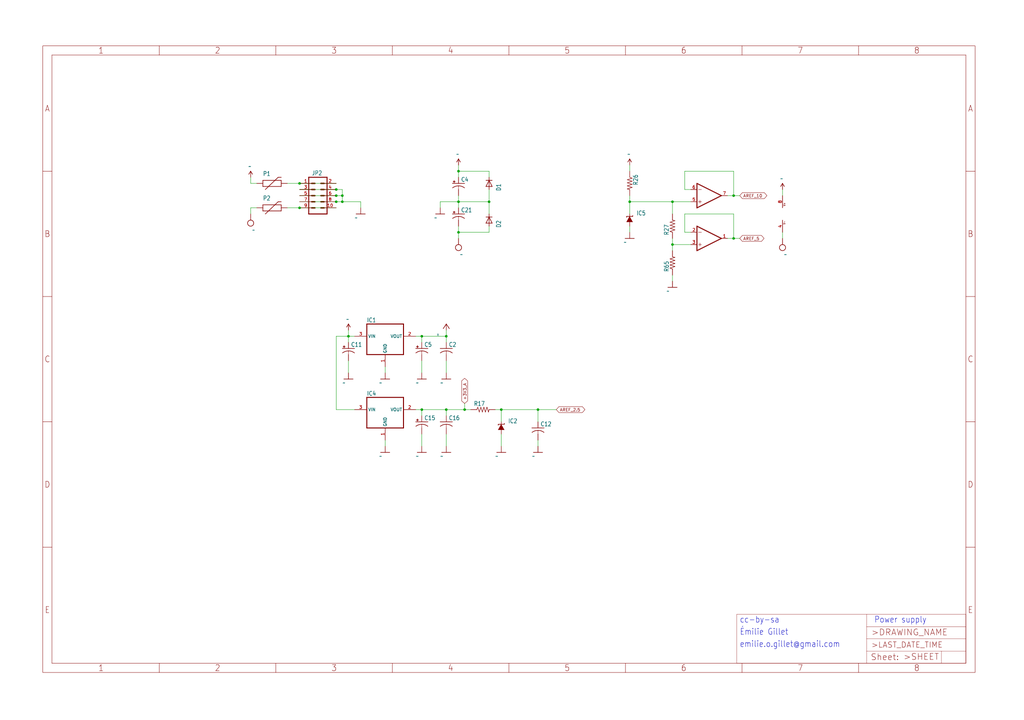
<source format=kicad_sch>
(kicad_sch (version 20211123) (generator eeschema)
  (paper "User" 425.45 299.161)
  (lib_symbols
    (symbol "frames_v03-eagle-import:+3V3" (power)
      (property "Value" "+3V3" (at -2.54 -5.08 90))
      (symbol "+3V3_1_0"
        (polyline (pts (xy 0 0) (xy -1.27 -1.905)) (stroke (width 0.254)))
        (polyline (pts (xy 1.27 -1.905) (xy 0 0)) (stroke (width 0.254)))
        (pin power_in line (at 0 -2.54 90) (length 2.54) (name "+3V3") (number "1"))
      )
    )
    (symbol "frames_v03-eagle-import:A3L-LOC"
      (symbol "A3L-LOC_0_0"
        (polyline (pts (xy 0 52.07) (xy 3.81 52.07)))
        (polyline (pts (xy 0 104.14) (xy 3.81 104.14)))
        (polyline (pts (xy 0 156.21) (xy 3.81 156.21)))
        (polyline (pts (xy 0 208.28) (xy 3.81 208.28)))
        (polyline (pts (xy 3.81 3.81) (xy 3.81 256.54)))
        (polyline (pts (xy 48.4188 0) (xy 48.4188 3.81)))
        (polyline (pts (xy 48.4188 256.54) (xy 48.4188 260.35)))
        (polyline (pts (xy 96.8375 0) (xy 96.8375 3.81)))
        (polyline (pts (xy 96.8375 256.54) (xy 96.8375 260.35)))
        (polyline (pts (xy 145.2563 0) (xy 145.2563 3.81)))
        (polyline (pts (xy 145.2563 256.54) (xy 145.2563 260.35)))
        (polyline (pts (xy 193.675 0) (xy 193.675 3.81)))
        (polyline (pts (xy 193.675 256.54) (xy 193.675 260.35)))
        (polyline (pts (xy 242.0938 0) (xy 242.0938 3.81)))
        (polyline (pts (xy 242.0938 256.54) (xy 242.0938 260.35)))
        (polyline (pts (xy 290.5125 0) (xy 290.5125 3.81)))
        (polyline (pts (xy 290.5125 256.54) (xy 290.5125 260.35)))
        (polyline (pts (xy 338.9313 0) (xy 338.9313 3.81)))
        (polyline (pts (xy 338.9313 256.54) (xy 338.9313 260.35)))
        (polyline (pts (xy 383.54 3.81) (xy 3.81 3.81)))
        (polyline (pts (xy 383.54 3.81) (xy 383.54 256.54)))
        (polyline (pts (xy 383.54 52.07) (xy 387.35 52.07)))
        (polyline (pts (xy 383.54 104.14) (xy 387.35 104.14)))
        (polyline (pts (xy 383.54 156.21) (xy 387.35 156.21)))
        (polyline (pts (xy 383.54 208.28) (xy 387.35 208.28)))
        (polyline (pts (xy 383.54 256.54) (xy 3.81 256.54)))
        (polyline (pts (xy 0 0) (xy 387.35 0) (xy 387.35 260.35) (xy 0 260.35) (xy 0 0)))
        (text "1" (at 24.2094 1.905 0) (effects (font (size 2.54 2.286))))
        (text "1" (at 24.2094 258.445 0) (effects (font (size 2.54 2.286))))
        (text "2" (at 72.6281 1.905 0) (effects (font (size 2.54 2.286))))
        (text "2" (at 72.6281 258.445 0) (effects (font (size 2.54 2.286))))
        (text "3" (at 121.0469 1.905 0) (effects (font (size 2.54 2.286))))
        (text "3" (at 121.0469 258.445 0) (effects (font (size 2.54 2.286))))
        (text "4" (at 169.4656 1.905 0) (effects (font (size 2.54 2.286))))
        (text "4" (at 169.4656 258.445 0) (effects (font (size 2.54 2.286))))
        (text "5" (at 217.8844 1.905 0) (effects (font (size 2.54 2.286))))
        (text "5" (at 217.8844 258.445 0) (effects (font (size 2.54 2.286))))
        (text "6" (at 266.3031 1.905 0) (effects (font (size 2.54 2.286))))
        (text "6" (at 266.3031 258.445 0) (effects (font (size 2.54 2.286))))
        (text "7" (at 314.7219 1.905 0) (effects (font (size 2.54 2.286))))
        (text "7" (at 314.7219 258.445 0) (effects (font (size 2.54 2.286))))
        (text "8" (at 363.1406 1.905 0) (effects (font (size 2.54 2.286))))
        (text "8" (at 363.1406 258.445 0) (effects (font (size 2.54 2.286))))
        (text "A" (at 1.905 234.315 0) (effects (font (size 2.54 2.286))))
        (text "A" (at 385.445 234.315 0) (effects (font (size 2.54 2.286))))
        (text "B" (at 1.905 182.245 0) (effects (font (size 2.54 2.286))))
        (text "B" (at 385.445 182.245 0) (effects (font (size 2.54 2.286))))
        (text "C" (at 1.905 130.175 0) (effects (font (size 2.54 2.286))))
        (text "C" (at 385.445 130.175 0) (effects (font (size 2.54 2.286))))
        (text "D" (at 1.905 78.105 0) (effects (font (size 2.54 2.286))))
        (text "D" (at 385.445 78.105 0) (effects (font (size 2.54 2.286))))
        (text "E" (at 1.905 26.035 0) (effects (font (size 2.54 2.286))))
        (text "E" (at 385.445 26.035 0) (effects (font (size 2.54 2.286))))
      )
      (symbol "A3L-LOC_1_0"
        (polyline (pts (xy 288.29 3.81) (xy 288.29 24.13)) (stroke (width 0.1016)))
        (polyline (pts (xy 288.29 3.81) (xy 342.265 3.81)) (stroke (width 0.1016)))
        (polyline (pts (xy 288.29 24.13) (xy 342.265 24.13)) (stroke (width 0.1016)))
        (polyline (pts (xy 342.265 3.81) (xy 373.38 3.81)) (stroke (width 0.1016)))
        (polyline (pts (xy 342.265 8.89) (xy 342.265 3.81)) (stroke (width 0.1016)))
        (polyline (pts (xy 342.265 8.89) (xy 342.265 13.97)) (stroke (width 0.1016)))
        (polyline (pts (xy 342.265 13.97) (xy 342.265 19.05)) (stroke (width 0.1016)))
        (polyline (pts (xy 342.265 13.97) (xy 383.54 13.97)) (stroke (width 0.1016)))
        (polyline (pts (xy 342.265 19.05) (xy 342.265 24.13)) (stroke (width 0.1016)))
        (polyline (pts (xy 342.265 19.05) (xy 383.54 19.05)) (stroke (width 0.1016)))
        (polyline (pts (xy 342.265 24.13) (xy 383.54 24.13)) (stroke (width 0.1016)))
        (polyline (pts (xy 373.38 3.81) (xy 373.38 8.89)) (stroke (width 0.1016)))
        (polyline (pts (xy 373.38 3.81) (xy 383.54 3.81)) (stroke (width 0.1016)))
        (polyline (pts (xy 373.38 8.89) (xy 342.265 8.89)) (stroke (width 0.1016)))
        (polyline (pts (xy 373.38 8.89) (xy 383.54 8.89)) (stroke (width 0.1016)))
        (polyline (pts (xy 383.54 3.81) (xy 383.54 8.89)) (stroke (width 0.1016)))
        (polyline (pts (xy 383.54 8.89) (xy 383.54 13.97)) (stroke (width 0.1016)))
        (polyline (pts (xy 383.54 13.97) (xy 383.54 19.05)) (stroke (width 0.1016)))
        (polyline (pts (xy 383.54 19.05) (xy 383.54 24.13)) (stroke (width 0.1016)))
        (text ">DRAWING_NAME" (at 344.17 15.24 0) (effects (font (size 2.54 2.54)) (justify left bottom)))
        (text ">LAST_DATE_TIME" (at 344.17 10.16 0) (effects (font (size 2.286 2.286)) (justify left bottom)))
        (text ">SHEET" (at 357.505 5.08 0) (effects (font (size 2.54 2.54)) (justify left bottom)))
        (text "Sheet:" (at 343.916 4.953 0) (effects (font (size 2.54 2.54)) (justify left bottom)))
      )
    )
    (symbol "frames_v03-eagle-import:C-USC0603"
      (property "Reference" "C" (at 1.016 0.635 0))
      (property "Value" "C-USC0603" (at 1.016 -4.191 0))
      (symbol "C-USC0603_1_0"
        (arc (start 0 -1.0161) (mid -1.302 -1.2303) (end -2.4668 -1.8504) (stroke (width 0.254)))
        (polyline (pts (xy -2.54 0) (xy 2.54 0)) (stroke (width 0.254)))
        (polyline (pts (xy 0 -1.016) (xy 0 -2.54)) (stroke (width 0.1524)))
        (arc (start 2.4892 -1.8542) (mid 1.3158 -1.2195) (end 0 -1) (stroke (width 0.254)))
        (pin passive line (at 0 2.54 270) (length 2.54) (name "1") (number "1"))
        (pin passive line (at 0 -5.08 90) (length 2.54) (name "2") (number "2"))
      )
    )
    (symbol "frames_v03-eagle-import:CPOL-USC"
      (property "Reference" "C" (at 1.016 0.635 0))
      (property "Value" "CPOL-USC" (at 1.016 -4.191 0))
      (symbol "CPOL-USC_1_0"
        (rectangle (start -2.253 0.668) (end -1.364 0.795) (fill (type outline)))
        (rectangle (start -1.872 0.287) (end -1.745 1.176) (fill (type outline)))
        (arc (start 0 -1.0161) (mid -1.3021 -1.2302) (end -2.4669 -1.8504) (stroke (width 0.254)))
        (polyline (pts (xy -2.54 0) (xy 2.54 0)) (stroke (width 0.254)))
        (polyline (pts (xy 0 -1.016) (xy 0 -2.54)) (stroke (width 0.1524)))
        (arc (start 2.4892 -1.8542) (mid 1.3158 -1.2195) (end 0 -1) (stroke (width 0.254)))
        (pin passive line (at 0 2.54 270) (length 2.54) (name "+") (number "+"))
        (pin passive line (at 0 -5.08 90) (length 2.54) (name "-") (number "-"))
      )
    )
    (symbol "frames_v03-eagle-import:CPOL-USD"
      (property "Reference" "C" (at 1.016 0.635 0))
      (property "Value" "CPOL-USD" (at 1.016 -4.191 0))
      (symbol "CPOL-USD_1_0"
        (rectangle (start -2.253 0.668) (end -1.364 0.795) (fill (type outline)))
        (rectangle (start -1.872 0.287) (end -1.745 1.176) (fill (type outline)))
        (arc (start 0 -1.0161) (mid -1.3021 -1.2302) (end -2.4669 -1.8504) (stroke (width 0.254)))
        (polyline (pts (xy -2.54 0) (xy 2.54 0)) (stroke (width 0.254)))
        (polyline (pts (xy 0 -1.016) (xy 0 -2.54)) (stroke (width 0.1524)))
        (arc (start 2.4892 -1.8542) (mid 1.3158 -1.2195) (end 0 -1) (stroke (width 0.254)))
        (pin passive line (at 0 2.54 270) (length 2.54) (name "+") (number "+"))
        (pin passive line (at 0 -5.08 90) (length 2.54) (name "-") (number "-"))
      )
    )
    (symbol "frames_v03-eagle-import:DIODE-SOD123"
      (property "Reference" "D" (at 2.54 0.4826 0))
      (property "Value" "DIODE-SOD123" (at 2.54 -2.3114 0))
      (symbol "DIODE-SOD123_1_0"
        (polyline (pts (xy -1.27 -1.27) (xy 1.27 0)) (stroke (width 0.254)))
        (polyline (pts (xy -1.27 1.27) (xy -1.27 -1.27)) (stroke (width 0.254)))
        (polyline (pts (xy 1.27 0) (xy -1.27 1.27)) (stroke (width 0.254)))
        (polyline (pts (xy 1.27 0) (xy 1.27 -1.27)) (stroke (width 0.254)))
        (polyline (pts (xy 1.27 1.27) (xy 1.27 0)) (stroke (width 0.254)))
        (pin passive line (at -2.54 0 0) (length 2.54) (name "A") (number "A"))
        (pin passive line (at 2.54 0 180) (length 2.54) (name "C") (number "C"))
      )
    )
    (symbol "frames_v03-eagle-import:GND" (power)
      (property "Value" "GND" (at -2.54 -2.54 0))
      (symbol "GND_1_0"
        (polyline (pts (xy -1.905 0) (xy 1.905 0)) (stroke (width 0.254)))
        (pin power_in line (at 0 2.54 270) (length 2.54) (name "GND") (number "1"))
      )
    )
    (symbol "frames_v03-eagle-import:LM4041DBZ"
      (property "Reference" "IC" (at 2.794 1.905 0))
      (property "Value" "LM4041DBZ" (at 2.794 -0.889 0))
      (symbol "LM4041DBZ_1_0"
        (polyline (pts (xy -1.27 1.524) (xy -1.27 1.143)) (stroke (width 0.254)))
        (polyline (pts (xy 0 1.524) (xy -1.27 1.524)) (stroke (width 0.254)))
        (polyline (pts (xy 1.27 1.524) (xy 0 1.524)) (stroke (width 0.254)))
        (polyline (pts (xy 1.27 1.905) (xy 1.27 1.524)) (stroke (width 0.254)))
        (polyline (pts (xy 0 1.524) (xy -1.27 -0.762) (xy 1.27 -0.762)) (fill (type outline)))
        (pin passive line (at 0 2.54 270) (length 2.54) (name "C") (number "1"))
        (pin passive line (at 0 -2.54 90) (length 2.54) (name "A") (number "2"))
      )
    )
    (symbol "frames_v03-eagle-import:M05X2PTH"
      (property "Reference" "JP" (at -2.54 8.382 0))
      (property "Value" "M05X2PTH" (at -2.54 -10.16 0))
      (symbol "M05X2PTH_1_0"
        (polyline (pts (xy -3.81 7.62) (xy -3.81 -7.62)) (stroke (width 0.4064)))
        (polyline (pts (xy -3.81 7.62) (xy 3.81 7.62)) (stroke (width 0.4064)))
        (polyline (pts (xy -1.27 -5.08) (xy -2.54 -5.08)) (stroke (width 0.6096)))
        (polyline (pts (xy -1.27 -2.54) (xy -2.54 -2.54)) (stroke (width 0.6096)))
        (polyline (pts (xy -1.27 0) (xy -2.54 0)) (stroke (width 0.6096)))
        (polyline (pts (xy -1.27 2.54) (xy -2.54 2.54)) (stroke (width 0.6096)))
        (polyline (pts (xy -1.27 5.08) (xy -2.54 5.08)) (stroke (width 0.6096)))
        (polyline (pts (xy 1.27 -5.08) (xy 2.54 -5.08)) (stroke (width 0.6096)))
        (polyline (pts (xy 1.27 -2.54) (xy 2.54 -2.54)) (stroke (width 0.6096)))
        (polyline (pts (xy 1.27 0) (xy 2.54 0)) (stroke (width 0.6096)))
        (polyline (pts (xy 1.27 2.54) (xy 2.54 2.54)) (stroke (width 0.6096)))
        (polyline (pts (xy 1.27 5.08) (xy 2.54 5.08)) (stroke (width 0.6096)))
        (polyline (pts (xy 3.81 -7.62) (xy -3.81 -7.62)) (stroke (width 0.4064)))
        (polyline (pts (xy 3.81 -7.62) (xy 3.81 7.62)) (stroke (width 0.4064)))
        (pin passive line (at -7.62 5.08 0) (length 5.08) (name "1") (number "1"))
        (pin passive line (at 7.62 -5.08 180) (length 5.08) (name "10") (number "10"))
        (pin passive line (at 7.62 5.08 180) (length 5.08) (name "2") (number "2"))
        (pin passive line (at -7.62 2.54 0) (length 5.08) (name "3") (number "3"))
        (pin passive line (at 7.62 2.54 180) (length 5.08) (name "4") (number "4"))
        (pin passive line (at -7.62 0 0) (length 5.08) (name "5") (number "5"))
        (pin passive line (at 7.62 0 180) (length 5.08) (name "6") (number "6"))
        (pin passive line (at -7.62 -2.54 0) (length 5.08) (name "7") (number "7"))
        (pin passive line (at 7.62 -2.54 180) (length 5.08) (name "8") (number "8"))
        (pin passive line (at -7.62 -5.08 0) (length 5.08) (name "9") (number "9"))
      )
    )
    (symbol "frames_v03-eagle-import:PTCSMD"
      (property "Reference" "F" (at -2.54 3.048 0))
      (property "Value" "PTCSMD" (at -3.302 -5.08 0))
      (symbol "PTCSMD_1_0"
        (polyline (pts (xy -2.54 -1.27) (xy -2.54 1.27)) (stroke (width 0.254)))
        (polyline (pts (xy -2.54 1.27) (xy 5.08 1.27)) (stroke (width 0.254)))
        (polyline (pts (xy -1.524 -2.54) (xy 3.81 2.54)) (stroke (width 0.254)))
        (polyline (pts (xy 3.81 2.54) (xy 5.08 2.54)) (stroke (width 0.254)))
        (polyline (pts (xy 5.08 -1.27) (xy -2.54 -1.27)) (stroke (width 0.254)))
        (polyline (pts (xy 5.08 1.27) (xy 5.08 -1.27)) (stroke (width 0.254)))
        (pin bidirectional line (at -5.08 0 0) (length 2.54) (name "1") (number "1"))
        (pin bidirectional line (at 7.62 0 180) (length 2.54) (name "2") (number "2"))
      )
    )
    (symbol "frames_v03-eagle-import:R-US_R0603"
      (property "Reference" "R" (at -3.81 1.4986 0))
      (property "Value" "R-US_R0603" (at -3.81 -3.302 0))
      (symbol "R-US_R0603_1_0"
        (polyline (pts (xy -2.54 0) (xy -2.159 1.016)) (stroke (width 0.2032)))
        (polyline (pts (xy -2.159 1.016) (xy -1.524 -1.016)) (stroke (width 0.2032)))
        (polyline (pts (xy -1.524 -1.016) (xy -0.889 1.016)) (stroke (width 0.2032)))
        (polyline (pts (xy -0.889 1.016) (xy -0.254 -1.016)) (stroke (width 0.2032)))
        (polyline (pts (xy -0.254 -1.016) (xy 0.381 1.016)) (stroke (width 0.2032)))
        (polyline (pts (xy 0.381 1.016) (xy 1.016 -1.016)) (stroke (width 0.2032)))
        (polyline (pts (xy 1.016 -1.016) (xy 1.651 1.016)) (stroke (width 0.2032)))
        (polyline (pts (xy 1.651 1.016) (xy 2.286 -1.016)) (stroke (width 0.2032)))
        (polyline (pts (xy 2.286 -1.016) (xy 2.54 0)) (stroke (width 0.2032)))
        (pin passive line (at -5.08 0 0) (length 2.54) (name "1") (number "1"))
        (pin passive line (at 5.08 0 180) (length 2.54) (name "2") (number "2"))
      )
    )
    (symbol "frames_v03-eagle-import:REG1117"
      (property "Reference" "IC" (at -7.62 5.715 0))
      (property "Value" "REG1117" (at -5.08 2.54 0))
      (symbol "REG1117_1_0"
        (polyline (pts (xy -7.62 -7.62) (xy 7.62 -7.62)) (stroke (width 0.4064)))
        (polyline (pts (xy -7.62 5.08) (xy -7.62 -7.62)) (stroke (width 0.4064)))
        (polyline (pts (xy 7.62 -7.62) (xy 7.62 5.08)) (stroke (width 0.4064)))
        (polyline (pts (xy 7.62 5.08) (xy -7.62 5.08)) (stroke (width 0.4064)))
        (pin power_in line (at 0 -12.7 90) (length 5.08) (name "GND") (number "1"))
        (pin output line (at 12.7 0 180) (length 5.08) (name "VOUT") (number "2"))
        (pin input line (at -12.7 0 0) (length 5.08) (name "VIN") (number "3"))
      )
    )
    (symbol "frames_v03-eagle-import:TL072D"
      (symbol "TL072D_1_0"
        (polyline (pts (xy -5.08 -5.08) (xy 5.08 0)) (stroke (width 0.4064)))
        (polyline (pts (xy -5.08 5.08) (xy -5.08 -5.08)) (stroke (width 0.4064)))
        (polyline (pts (xy -4.445 -2.54) (xy -3.175 -2.54)) (stroke (width 0.1524)))
        (polyline (pts (xy -4.445 2.54) (xy -3.175 2.54)) (stroke (width 0.1524)))
        (polyline (pts (xy -3.81 3.175) (xy -3.81 1.905)) (stroke (width 0.1524)))
        (polyline (pts (xy 5.08 0) (xy -5.08 5.08)) (stroke (width 0.4064)))
        (pin output line (at 7.62 0 180) (length 2.54) (name "OUT") (number "1"))
        (pin input line (at -7.62 -2.54 0) (length 2.54) (name "-IN") (number "2"))
        (pin input line (at -7.62 2.54 0) (length 2.54) (name "+IN") (number "3"))
      )
      (symbol "TL072D_2_0"
        (polyline (pts (xy -5.08 -5.08) (xy 5.08 0)) (stroke (width 0.4064)))
        (polyline (pts (xy -5.08 5.08) (xy -5.08 -5.08)) (stroke (width 0.4064)))
        (polyline (pts (xy -4.445 -2.54) (xy -3.175 -2.54)) (stroke (width 0.1524)))
        (polyline (pts (xy -4.445 2.54) (xy -3.175 2.54)) (stroke (width 0.1524)))
        (polyline (pts (xy -3.81 3.175) (xy -3.81 1.905)) (stroke (width 0.1524)))
        (polyline (pts (xy 5.08 0) (xy -5.08 5.08)) (stroke (width 0.4064)))
        (pin input line (at -7.62 2.54 0) (length 2.54) (name "+IN") (number "5"))
        (pin input line (at -7.62 -2.54 0) (length 2.54) (name "-IN") (number "6"))
        (pin output line (at 7.62 0 180) (length 2.54) (name "OUT") (number "7"))
      )
      (symbol "TL072D_3_0"
        (text "V+" (at 1.27 3.175 900) (effects (font (size 0.8128 0.6908)) (justify left bottom)))
        (text "V-" (at 1.27 -4.445 900) (effects (font (size 0.8128 0.6908)) (justify left bottom)))
        (pin power_in line (at 0 -7.62 90) (length 5.08) (name "V-") (number "4"))
        (pin power_in line (at 0 7.62 270) (length 5.08) (name "V+") (number "8"))
      )
    )
    (symbol "frames_v03-eagle-import:VCC" (power)
      (property "Value" "VCC" (at -1.016 3.556 0))
      (symbol "VCC_1_0"
        (polyline (pts (xy 0 2.54) (xy -0.762 1.27)) (stroke (width 0.254)))
        (polyline (pts (xy 0.762 1.27) (xy 0 2.54)) (stroke (width 0.254)))
        (pin power_in line (at 0 0 90) (length 2.54) (name "VCC") (number "1"))
      )
    )
    (symbol "frames_v03-eagle-import:VEE" (power)
      (property "Value" "VEE" (at -1.905 3.175 0))
      (symbol "VEE_1_0"
        (circle (center 0 1.27) (radius 1.27) (stroke (width 0.254)))
        (pin power_in line (at 0 -2.54 90) (length 2.54) (name "VEE") (number "1"))
      )
    )
  )
  (junction (at 139.7 81.28))
  (junction (at 185.42 170.18))
  (junction (at 279.4 101.6))
  (junction (at 124.46 76.2))
  (junction (at 185.42 139.7))
  (junction (at 193.04 170.18))
  (junction (at 142.24 83.82))
  (junction (at 304.8 99.06))
  (junction (at 203.2 83.82))
  (junction (at 208.28 170.18))
  (junction (at 139.7 83.82))
  (junction (at 261.62 83.82))
  (junction (at 279.4 83.82))
  (junction (at 175.26 170.18))
  (junction (at 144.78 139.7))
  (junction (at 139.7 78.74))
  (junction (at 304.8 81.28))
  (junction (at 190.5 71.12))
  (junction (at 223.52 170.18))
  (junction (at 142.24 81.28))
  (junction (at 175.26 139.7))
  (junction (at 190.5 83.82))
  (junction (at 190.5 96.52))
  (junction (at 124.46 86.36))
  (wire (pts (xy 190.5 93.98) (xy 190.5 96.52)))
  (wire (pts (xy 190.5 83.82) (xy 190.5 86.36)))
  (wire (pts (xy 287.02 101.6) (xy 279.4 101.6)))
  (wire (pts (xy 172.72 170.18) (xy 175.26 170.18)))
  (wire (pts (xy 185.42 172.72) (xy 185.42 170.18)))
  (wire (pts (xy 284.48 88.9) (xy 304.8 88.9)))
  (wire (pts (xy 124.46 78.74) (xy 139.7 78.74)))
  (wire (pts (xy 185.42 137.16) (xy 185.42 139.7)))
  (wire (pts (xy 142.24 83.82) (xy 149.86 83.82)))
  (wire (pts (xy 190.5 71.12) (xy 190.5 68.58)))
  (wire (pts (xy 279.4 114.3) (xy 279.4 116.84)))
  (wire (pts (xy 144.78 149.86) (xy 144.78 154.94)))
  (wire (pts (xy 185.42 139.7) (xy 185.42 142.24)))
  (wire (pts (xy 139.7 139.7) (xy 139.7 170.18)))
  (wire (pts (xy 223.52 170.18) (xy 208.28 170.18)))
  (wire (pts (xy 284.48 71.12) (xy 284.48 78.74)))
  (wire (pts (xy 203.2 88.9) (xy 203.2 83.82)))
  (wire (pts (xy 104.14 76.2) (xy 106.68 76.2)))
  (wire (pts (xy 208.28 180.34) (xy 208.28 185.42)))
  (wire (pts (xy 190.5 96.52) (xy 190.5 99.06)))
  (wire (pts (xy 304.8 88.9) (xy 304.8 99.06)))
  (wire (pts (xy 185.42 170.18) (xy 193.04 170.18)))
  (wire (pts (xy 185.42 180.34) (xy 185.42 185.42)))
  (wire (pts (xy 142.24 78.74) (xy 142.24 81.28)))
  (wire (pts (xy 139.7 170.18) (xy 147.32 170.18)))
  (wire (pts (xy 284.48 78.74) (xy 287.02 78.74)))
  (wire (pts (xy 193.04 170.18) (xy 195.58 170.18)))
  (wire (pts (xy 325.12 96.52) (xy 325.12 99.06)))
  (wire (pts (xy 139.7 78.74) (xy 142.24 78.74)))
  (wire (pts (xy 203.2 71.12) (xy 190.5 71.12)))
  (wire (pts (xy 149.86 83.82) (xy 149.86 86.36)))
  (wire (pts (xy 190.5 81.28) (xy 190.5 83.82)))
  (wire (pts (xy 104.14 86.36) (xy 106.68 86.36)))
  (wire (pts (xy 223.52 182.88) (xy 223.52 185.42)))
  (wire (pts (xy 208.28 170.18) (xy 208.28 175.26)))
  (wire (pts (xy 175.26 172.72) (xy 175.26 170.18)))
  (wire (pts (xy 144.78 139.7) (xy 139.7 139.7)))
  (wire (pts (xy 175.26 170.18) (xy 185.42 170.18)))
  (wire (pts (xy 160.02 152.4) (xy 160.02 154.94)))
  (wire (pts (xy 203.2 93.98) (xy 203.2 96.52)))
  (wire (pts (xy 175.26 149.86) (xy 175.26 154.94)))
  (wire (pts (xy 261.62 83.82) (xy 261.62 88.9)))
  (wire (pts (xy 304.8 99.06) (xy 307.34 99.06)))
  (wire (pts (xy 119.38 76.2) (xy 124.46 76.2)))
  (wire (pts (xy 182.88 83.82) (xy 182.88 86.36)))
  (wire (pts (xy 190.5 83.82) (xy 203.2 83.82)))
  (wire (pts (xy 144.78 139.7) (xy 147.32 139.7)))
  (wire (pts (xy 279.4 88.9) (xy 279.4 83.82)))
  (wire (pts (xy 139.7 81.28) (xy 124.46 81.28)))
  (wire (pts (xy 279.4 101.6) (xy 279.4 99.06)))
  (wire (pts (xy 279.4 83.82) (xy 261.62 83.82)))
  (wire (pts (xy 284.48 71.12) (xy 304.8 71.12)))
  (wire (pts (xy 302.26 81.28) (xy 304.8 81.28)))
  (wire (pts (xy 325.12 81.28) (xy 325.12 78.74)))
  (wire (pts (xy 175.26 142.24) (xy 175.26 139.7)))
  (wire (pts (xy 223.52 170.18) (xy 231.14 170.18)))
  (wire (pts (xy 124.46 83.82) (xy 139.7 83.82)))
  (wire (pts (xy 160.02 182.88) (xy 160.02 185.42)))
  (wire (pts (xy 142.24 81.28) (xy 142.24 83.82)))
  (wire (pts (xy 284.48 96.52) (xy 287.02 96.52)))
  (wire (pts (xy 302.26 99.06) (xy 304.8 99.06)))
  (wire (pts (xy 142.24 81.28) (xy 139.7 81.28)))
  (wire (pts (xy 203.2 73.66) (xy 203.2 71.12)))
  (wire (pts (xy 287.02 83.82) (xy 279.4 83.82)))
  (wire (pts (xy 175.26 180.34) (xy 175.26 185.42)))
  (wire (pts (xy 104.14 76.2) (xy 104.14 73.66)))
  (wire (pts (xy 185.42 149.86) (xy 185.42 154.94)))
  (wire (pts (xy 261.62 68.58) (xy 261.62 71.12)))
  (wire (pts (xy 144.78 139.7) (xy 144.78 142.24)))
  (wire (pts (xy 172.72 139.7) (xy 175.26 139.7)))
  (wire (pts (xy 139.7 83.82) (xy 142.24 83.82)))
  (wire (pts (xy 261.62 93.98) (xy 261.62 96.52)))
  (wire (pts (xy 124.46 76.2) (xy 139.7 76.2)))
  (wire (pts (xy 284.48 88.9) (xy 284.48 96.52)))
  (wire (pts (xy 205.74 170.18) (xy 208.28 170.18)))
  (wire (pts (xy 190.5 83.82) (xy 182.88 83.82)))
  (wire (pts (xy 261.62 81.28) (xy 261.62 83.82)))
  (wire (pts (xy 119.38 86.36) (xy 124.46 86.36)))
  (wire (pts (xy 190.5 73.66) (xy 190.5 71.12)))
  (wire (pts (xy 104.14 86.36) (xy 104.14 88.9)))
  (wire (pts (xy 304.8 71.12) (xy 304.8 81.28)))
  (wire (pts (xy 193.04 170.18) (xy 193.04 167.64)))
  (wire (pts (xy 175.26 139.7) (xy 185.42 139.7)))
  (wire (pts (xy 144.78 137.16) (xy 144.78 139.7)))
  (wire (pts (xy 203.2 78.74) (xy 203.2 83.82)))
  (wire (pts (xy 304.8 81.28) (xy 307.34 81.28)))
  (wire (pts (xy 223.52 175.26) (xy 223.52 170.18)))
  (wire (pts (xy 203.2 96.52) (xy 190.5 96.52)))
  (wire (pts (xy 124.46 86.36) (xy 139.7 86.36)))
  (wire (pts (xy 279.4 101.6) (xy 279.4 104.14)))
  (text "Power supply" (at 363.22 259.08 180) (effects (font (size 2.54 2.159)) (justify left bottom)))
  (text "Émilie Gillet" (at 307.34 264.16 180) (effects (font (size 2.54 2.159)) (justify left bottom)))
  (text "cc-by-sa" (at 307.34 259.08 180) (effects (font (size 2.54 2.159)) (justify left bottom)))
  (text "emilie.o.gillet@gmail.com" (at 307.34 269.24 180) (effects (font (size 2.54 2.159)) (justify left bottom)))
  (global_label "AREF_5" (shape bidirectional) (at 307.34 99.06 0) (effects (font (size 1.2446 1.2446))) (property "Intersheet References" "${INTERSHEET_REFS}" (effects hide)))
  (global_label "AREF_10" (shape bidirectional) (at 307.34 81.28 0) (effects (font (size 1.2446 1.2446))) (property "Intersheet References" "${INTERSHEET_REFS}" (effects hide)))
  (global_label "+3V3_A" (shape bidirectional) (at 193.04 167.64 90) (effects (font (size 1.2446 1.2446))) (property "Intersheet References" "${INTERSHEET_REFS}" (effects hide)))
  (global_label "AREF_2.5" (shape bidirectional) (at 231.14 170.18 0) (effects (font (size 1.2446 1.2446))) (property "Intersheet References" "${INTERSHEET_REFS}" (effects hide)))
  (symbol (lib_id "frames_v03-eagle-import:GND") (at 175.26 187.96 0) (unit 1)
    (property "Reference" "#GND68" (effects hide))
  )
  (symbol (lib_id "frames_v03-eagle-import:VCC") (at 104.14 73.66 0) (unit 1)
    (property "Reference" "#P+2" (effects hide))
  )
  (symbol (lib_id "frames_v03-eagle-import:PTCSMD") (at 111.76 86.36 0) (unit 1)
    (property "Reference" "P2" (at 109.22 83.312 0) (effects (font (size 1.778 1.5113)) (justify left bottom)))
  )
  (symbol (lib_id "frames_v03-eagle-import:CPOL-USD") (at 190.5 88.9 0) (unit 1)
    (property "Reference" "C21" (at 191.516 88.265 0) (effects (font (size 1.778 1.5113)) (justify left bottom)))
  )
  (symbol (lib_id "frames_v03-eagle-import:R-US_R0603") (at 279.4 109.22 90) (unit 1)
    (property "Reference" "R65" (at 277.9014 113.03 0) (effects (font (size 1.778 1.5113)) (justify left bottom)))
  )
  (symbol (lib_id "frames_v03-eagle-import:TL072D") (at 294.64 81.28 0) (mirror x) (unit 2)
    (property "Reference" "IC6" (effects hide))
  )
  (symbol (lib_id "frames_v03-eagle-import:+3V3") (at 185.42 134.62 0) (unit 1)
    (property "Reference" "#+3V6" (effects hide))
  )
  (symbol (lib_id "frames_v03-eagle-import:VEE") (at 325.12 101.6 180) (unit 1)
    (property "Reference" "#SUPPLY6" (effects hide))
  )
  (symbol (lib_id "frames_v03-eagle-import:VCC") (at 261.62 68.58 0) (unit 1)
    (property "Reference" "#P+5" (effects hide))
  )
  (symbol (lib_id "frames_v03-eagle-import:TL072D") (at 294.64 99.06 0) (mirror x) (unit 1)
    (property "Reference" "IC6" (effects hide))
  )
  (symbol (lib_id "frames_v03-eagle-import:PTCSMD") (at 111.76 76.2 0) (unit 1)
    (property "Reference" "P1" (at 109.22 73.152 0) (effects (font (size 1.778 1.5113)) (justify left bottom)))
  )
  (symbol (lib_id "frames_v03-eagle-import:LM4041DBZ") (at 208.28 177.8 0) (unit 1)
    (property "Reference" "IC2" (at 211.074 175.895 0) (effects (font (size 1.778 1.5113)) (justify left bottom)))
  )
  (symbol (lib_id "frames_v03-eagle-import:VCC") (at 144.78 137.16 0) (unit 1)
    (property "Reference" "#P+8" (effects hide))
  )
  (symbol (lib_id "frames_v03-eagle-import:GND") (at 261.62 99.06 0) (unit 1)
    (property "Reference" "#GND50" (effects hide))
  )
  (symbol (lib_id "frames_v03-eagle-import:GND") (at 160.02 157.48 0) (unit 1)
    (property "Reference" "#GND34" (effects hide))
  )
  (symbol (lib_id "frames_v03-eagle-import:REG1117") (at 160.02 139.7 0) (unit 1)
    (property "Reference" "IC1" (at 152.4 133.985 0) (effects (font (size 1.778 1.5113)) (justify left bottom)))
  )
  (symbol (lib_id "frames_v03-eagle-import:GND") (at 185.42 187.96 0) (unit 1)
    (property "Reference" "#GND71" (effects hide))
  )
  (symbol (lib_id "frames_v03-eagle-import:GND") (at 149.86 88.9 0) (unit 1)
    (property "Reference" "#GND1" (effects hide))
  )
  (symbol (lib_id "frames_v03-eagle-import:GND") (at 175.26 157.48 0) (unit 1)
    (property "Reference" "#GND35" (effects hide))
  )
  (symbol (lib_id "frames_v03-eagle-import:DIODE-SOD123") (at 203.2 91.44 90) (unit 1)
    (property "Reference" "D2" (at 206.2226 91.44 0) (effects (font (size 1.778 1.5113)) (justify right top)))
  )
  (symbol (lib_id "frames_v03-eagle-import:LM4041DBZ") (at 261.62 91.44 0) (unit 1)
    (property "Reference" "IC5" (at 264.414 89.535 0) (effects (font (size 1.778 1.5113)) (justify left bottom)))
  )
  (symbol (lib_id "frames_v03-eagle-import:R-US_R0603") (at 279.4 93.98 90) (unit 1)
    (property "Reference" "R27" (at 277.9014 97.79 0) (effects (font (size 1.778 1.5113)) (justify left bottom)))
  )
  (symbol (lib_id "frames_v03-eagle-import:GND") (at 160.02 187.96 0) (unit 1)
    (property "Reference" "#GND63" (effects hide))
  )
  (symbol (lib_id "frames_v03-eagle-import:GND") (at 144.78 157.48 0) (unit 1)
    (property "Reference" "#GND43" (effects hide))
  )
  (symbol (lib_id "frames_v03-eagle-import:R-US_R0603") (at 200.66 170.18 0) (unit 1)
    (property "Reference" "R17" (at 196.85 168.6814 0) (effects (font (size 1.778 1.5113)) (justify left bottom)))
  )
  (symbol (lib_id "frames_v03-eagle-import:CPOL-USC") (at 175.26 175.26 0) (unit 1)
    (property "Reference" "C15" (at 176.276 174.625 0) (effects (font (size 1.778 1.5113)) (justify left bottom)))
  )
  (symbol (lib_id "frames_v03-eagle-import:C-USC0603") (at 185.42 175.26 0) (unit 1)
    (property "Reference" "C16" (at 186.436 174.625 0) (effects (font (size 1.778 1.5113)) (justify left bottom)))
  )
  (symbol (lib_id "frames_v03-eagle-import:VEE") (at 104.14 91.44 180) (unit 1)
    (property "Reference" "#SUPPLY1" (effects hide))
  )
  (symbol (lib_id "frames_v03-eagle-import:VCC") (at 190.5 68.58 0) (unit 1)
    (property "Reference" "#P+3" (effects hide))
  )
  (symbol (lib_id "frames_v03-eagle-import:GND") (at 208.28 187.96 0) (unit 1)
    (property "Reference" "#GND40" (effects hide))
  )
  (symbol (lib_id "frames_v03-eagle-import:M05X2PTH") (at 132.08 81.28 0) (unit 1)
    (property "Reference" "JP2" (at 129.54 72.898 0) (effects (font (size 1.778 1.5113)) (justify left bottom)))
  )
  (symbol (lib_id "frames_v03-eagle-import:CPOL-USD") (at 190.5 76.2 0) (unit 1)
    (property "Reference" "C4" (at 191.516 75.565 0) (effects (font (size 1.778 1.5113)) (justify left bottom)))
  )
  (symbol (lib_id "frames_v03-eagle-import:C-USC0603") (at 223.52 177.8 0) (unit 1)
    (property "Reference" "C12" (at 224.536 177.165 0) (effects (font (size 1.778 1.5113)) (justify left bottom)))
  )
  (symbol (lib_id "frames_v03-eagle-import:GND") (at 223.52 187.96 0) (unit 1)
    (property "Reference" "#GND41" (effects hide))
  )
  (symbol (lib_id "frames_v03-eagle-import:R-US_R0603") (at 261.62 76.2 270) (unit 1)
    (property "Reference" "R26" (at 263.1186 72.39 0) (effects (font (size 1.778 1.5113)) (justify left bottom)))
  )
  (symbol (lib_id "frames_v03-eagle-import:GND") (at 279.4 119.38 0) (unit 1)
    (property "Reference" "#GND69" (effects hide))
  )
  (symbol (lib_id "frames_v03-eagle-import:GND") (at 185.42 157.48 0) (unit 1)
    (property "Reference" "#GND36" (effects hide))
  )
  (symbol (lib_id "frames_v03-eagle-import:A3L-LOC") (at 17.78 279.4 0) (unit 1)
    (property "Reference" "#FRAME2" (effects hide))
  )
  (symbol (lib_id "frames_v03-eagle-import:VEE") (at 190.5 101.6 180) (unit 1)
    (property "Reference" "#SUPPLY2" (effects hide))
  )
  (symbol (lib_id "frames_v03-eagle-import:REG1117") (at 160.02 170.18 0) (unit 1)
    (property "Reference" "IC4" (at 152.4 164.465 0) (effects (font (size 1.778 1.5113)) (justify left bottom)))
  )
  (symbol (lib_id "frames_v03-eagle-import:TL072D") (at 325.12 88.9 0) (unit 3)
    (property "Reference" "IC6" (effects hide))
  )
  (symbol (lib_id "frames_v03-eagle-import:DIODE-SOD123") (at 203.2 76.2 90) (unit 1)
    (property "Reference" "D1" (at 206.2226 76.2 0) (effects (font (size 1.778 1.5113)) (justify right top)))
  )
  (symbol (lib_id "frames_v03-eagle-import:VCC") (at 325.12 78.74 0) (unit 1)
    (property "Reference" "#P+6" (effects hide))
  )
  (symbol (lib_id "frames_v03-eagle-import:CPOL-USC") (at 144.78 144.78 0) (unit 1)
    (property "Reference" "C11" (at 145.796 144.145 0) (effects (font (size 1.778 1.5113)) (justify left bottom)))
  )
  (symbol (lib_id "frames_v03-eagle-import:GND") (at 182.88 88.9 0) (unit 1)
    (property "Reference" "#GND2" (effects hide))
  )
  (symbol (lib_id "frames_v03-eagle-import:C-USC0603") (at 185.42 144.78 0) (unit 1)
    (property "Reference" "C2" (at 186.436 144.145 0) (effects (font (size 1.778 1.5113)) (justify left bottom)))
  )
  (symbol (lib_id "frames_v03-eagle-import:CPOL-USC") (at 175.26 144.78 0) (unit 1)
    (property "Reference" "C5" (at 176.276 144.145 0) (effects (font (size 1.778 1.5113)) (justify left bottom)))
  )
)
</source>
